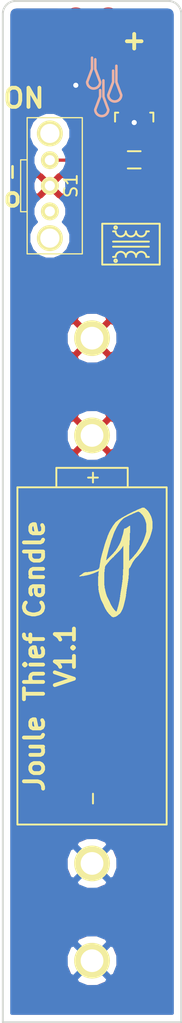
<source format=kicad_pcb>
(kicad_pcb (version 4) (host pcbnew 4.0.7)
  (layers (0 F.Cu signal) (31 B.Cu signal) (34 B.Paste user hide) (35 F.Paste user hide) (36 B.SilkS user) (37 F.SilkS user) (38 B.Mask user) (39 F.Mask user) (44 Edge.Cuts user))
  (net 0 "")
  (net 1 "Net-(BT1-Pad1)")
  (net 2 GND)
  (net 3 "Net-(D1-Pad2)")
  (net 4 "Net-(L1-Pad1)")
  (net 5 "Net-(S1-Pad3)")
  (net 6 "Net-(Q1-Pad1)")
  (net 7 "Net-(L1-Pad4)")
  (module Battery:AA_PCB-Clip (layer F.Cu) (at 161.036 85.852 270)
    (fp_text reference BT1 hide)
    (fp_text value AA)
    (fp_text user - (at 28.448 0 270) (layer F.SilkS))
    (fp_text user + (at 3.302 0 270) (layer F.SilkS))
    (pad 1 thru_hole circle (at -7.62 0 270) (size 2.794 2.794) (drill 1.778) (layers *.Cu *.Mask F.SilkS) (net 1 "Net-(BT1-Pad1)"))
    (pad 1 thru_hole circle (at 0 0 270) (size 2.794 2.794) (drill 1.778) (layers *.Cu *.Mask F.SilkS) (net 1 "Net-(BT1-Pad1)"))
    (pad 2 thru_hole circle (at 33.528 0 270) (size 2.794 2.794) (drill 1.778) (layers *.Cu *.Mask F.SilkS) (net 2 GND))
    (pad 2 thru_hole circle (at 41.148 0 270) (size 2.794 2.794) (drill 1.778) (layers *.Cu *.Mask F.SilkS) (net 2 GND))
  )
  (module TO_SOT_Packages_SMD:SOT-23 (layer F.Cu) (at 164.338 61.214)
    (fp_text reference Q1 hide)
    (fp_text value BC817-40)
    (pad 1 smd rect (at -0.95 1.00076) (size 0.8001 0.8001) (layers F.Cu F.Paste F.Mask) (net 6 "Net-(Q1-Pad1)"))
    (pad 2 smd rect (at 0.95 1.00076) (size 0.8001 0.8001) (layers F.Cu F.Paste F.Mask) (net 2 GND))
    (pad 3 smd rect (at 0 -0.99822) (size 0.8001 0.8001) (layers F.Cu F.Paste F.Mask) (net 3 "Net-(D1-Pad2)"))
  )
  (module Resistors_SMD:R_0603_HandSoldering (layer F.Cu) (at 164.338 64.262 180)
    (fp_text reference R1 hide)
    (fp_text value 1K)
    (pad 1 smd rect (at -1.1 0 180) (size 1.2 0.9) (layers F.Cu F.Paste F.Mask) (net 7 "Net-(L1-Pad4)"))
    (pad 2 smd rect (at 1.1 0 180) (size 1.2 0.9) (layers F.Cu F.Paste F.Mask) (net 6 "Net-(Q1-Pad1)"))
  )
  (module Switches:SPDT_OS102011MA1QN1 (layer F.Cu) (at 157.734 66.294 90)
    (fp_text reference S1 (at 0 1.651 90) (layer F.SilkS))
    (fp_text value SPDT)
    (pad 3 thru_hole circle (at -2.0066 0 90) (size 1.397 1.397) (drill 0.7874) (layers *.Cu *.Mask F.SilkS) (net 5 "Net-(S1-Pad3)"))
    (pad 2 thru_hole circle (at 0 0 90) (size 1.397 1.397) (drill 0.7874) (layers *.Cu *.Mask F.SilkS) (net 1 "Net-(BT1-Pad1)"))
    (pad 1 thru_hole circle (at 2.0066 0 90) (size 1.397 1.397) (drill 0.7874) (layers *.Cu *.Mask F.SilkS) (net 4 "Net-(L1-Pad1)"))
    (pad "" thru_hole circle (at -4.1021 0 90) (size 2.032 2.032) (drill 1.4986) (layers *.Cu *.Mask F.SilkS))
    (pad "" thru_hole circle (at 4.1021 0 90) (size 2.032 2.032) (drill 1.4986) (layers *.Cu *.Mask F.SilkS))
  )
  (module Inductor:SRF4532-510Y (layer F.Cu) (at 164.084 70.866)
    (fp_text reference L1 hide)
    (fp_text value SRF4532-510Y)
    (pad 1 smd rect (at -2.05 1.125) (size 1.1 1.35) (layers F.Cu F.Paste F.Mask) (net 4 "Net-(L1-Pad1)"))
    (pad 2 smd rect (at 2.05 1.125) (size 1.1 1.35) (layers F.Cu F.Paste F.Mask) (net 3 "Net-(D1-Pad2)"))
    (pad 3 smd rect (at 2.05 -1.125) (size 1.1 1.35) (layers F.Cu F.Paste F.Mask) (net 4 "Net-(L1-Pad1)"))
    (pad 4 smd rect (at -2.05 -1.125) (size 1.1 1.35) (layers F.Cu F.Paste F.Mask) (net 7 "Net-(L1-Pad4)"))
  )
  (module Logo:P-Logo_Small (layer F.Cu) (at 159.766 91.44)
    (fp_text reference LOGO hide)
    (fp_text value "" (at 0 0) (layer F.SilkS))
  )
  (module lib_fp:3mm_PCB_Edge (layer F.Cu) (at 162.306 55.88)
    (fp_text reference D1 hide)
    (fp_text value LED)
    (pad 1 smd oval (at -2.54 0) (size 2.032 5.08) (drill (offset 0 -1.016)) (layers F.Cu F.Paste F.Mask) (net 2 GND))
    (pad 2 smd oval (at 0 0) (size 2.032 5.08) (drill (offset 0 -1.016)) (layers F.Cu F.Paste F.Mask) (net 3 "Net-(D1-Pad2)"))
  )
  (gr_text + (at 164.338 54.864) (layer F.SilkS) (effects (font (size 1.5 1.5) (thickness 0.3))))
  (gr_text ON (at 155.702 59.436) (layer F.SilkS) (effects (font (size 1.5 1.5) (thickness 0.3))))
  (gr_line (start 161.29 57.15) (end 161.29 56.388) (angle 90) (layer B.SilkS) (width 0.2))
  (gr_line (start 161.036 57.15) (end 161.036 56.261) (angle 90) (layer B.SilkS) (width 0.2))
  (gr_line (start 161.925 59.309) (end 161.925 58.039) (angle 90) (layer B.SilkS) (width 0.2))
  (gr_line (start 161.671 59.309) (end 161.671 58.801) (angle 90) (layer B.SilkS) (width 0.2))
  (gr_line (start 162.941 58.166) (end 162.941 56.896) (angle 90) (layer B.SilkS) (width 0.2))
  (gr_line (start 162.687 58.166) (end 162.687 57.277) (angle 90) (layer B.SilkS) (width 0.2))
  (gr_line (start 161.671 58.166) (end 161.29 57.15) (angle 90) (layer B.SilkS) (width 0.2))
  (gr_line (start 160.655 58.166) (end 161.036 57.15) (angle 90) (layer B.SilkS) (width 0.2))
  (gr_arc (start 161.163 58.166) (end 161.671 58.166) (angle 90) (layer B.SilkS) (width 0.2))
  (gr_arc (start 161.163 58.166) (end 161.163 58.674) (angle 90) (layer B.SilkS) (width 0.2))
  (gr_arc (start 161.163 58.166) (end 161.163 58.674) (angle 90) (layer B.SilkS) (width 0.2))
  (gr_arc (start 161.163 58.166) (end 161.671 58.166) (angle 90) (layer B.SilkS) (width 0.2))
  (gr_line (start 160.655 58.166) (end 161.036 57.15) (angle 90) (layer B.SilkS) (width 0.2))
  (gr_line (start 161.671 58.166) (end 161.29 57.15) (angle 90) (layer B.SilkS) (width 0.2))
  (gr_line (start 163.322 59.182) (end 162.941 58.166) (angle 90) (layer B.SilkS) (width 0.2))
  (gr_line (start 162.306 59.182) (end 162.687 58.166) (angle 90) (layer B.SilkS) (width 0.2))
  (gr_arc (start 162.814 59.182) (end 163.322 59.182) (angle 90) (layer B.SilkS) (width 0.2))
  (gr_arc (start 162.814 59.182) (end 162.814 59.69) (angle 90) (layer B.SilkS) (width 0.2))
  (gr_arc (start 162.814 59.182) (end 162.814 59.69) (angle 90) (layer B.SilkS) (width 0.2))
  (gr_arc (start 162.814 59.182) (end 163.322 59.182) (angle 90) (layer B.SilkS) (width 0.2))
  (gr_line (start 162.306 59.182) (end 162.687 58.166) (angle 90) (layer B.SilkS) (width 0.2))
  (gr_line (start 163.322 59.182) (end 162.941 58.166) (angle 90) (layer B.SilkS) (width 0.2))
  (gr_line (start 162.306 60.325) (end 161.925 59.309) (angle 90) (layer B.SilkS) (width 0.2))
  (gr_line (start 161.29 60.325) (end 161.671 59.309) (angle 90) (layer B.SilkS) (width 0.2))
  (gr_arc (start 161.798 60.325) (end 162.306 60.325) (angle 90) (layer B.SilkS) (width 0.2))
  (gr_arc (start 161.798 60.325) (end 161.798 60.833) (angle 90) (layer B.SilkS) (width 0.2))
  (gr_text "Joule Thief Candle\nV1.1" (at 157.734 103.124 90) (layer F.SilkS) (effects (font (size 1.5 1.5) (thickness 0.3))))
  (gr_line (start 154.813 65.659) (end 154.813 64.77) (angle 90) (layer F.SilkS) (width 0.2))
  (gr_text o (at 154.813 67.183) (layer F.SilkS) (effects (font (size 1.5 1.5) (thickness 0.3))))
  (gr_line (start 155.067 51.816) (end 167.005 51.816) (angle 90) (layer Edge.Cuts) (width 0.15))
  (gr_line (start 154.051 131.826) (end 154.051 52.832) (angle 90) (layer Edge.Cuts) (width 0.15))
  (gr_arc (start 155.067 52.832) (end 154.051 52.832) (angle 90) (layer Edge.Cuts) (width 0.15))
  (gr_line (start 168.021 131.826) (end 168.021 52.832) (angle 90) (layer Edge.Cuts) (width 0.15))
  (gr_arc (start 167.005 52.832) (end 167.005 51.816) (angle 90) (layer Edge.Cuts) (width 0.15))
  (gr_line (start 154.051 131.826) (end 168.021 131.826) (angle 90) (layer Edge.Cuts) (width 0.15))
  (segment (start 159.766 55.88) (end 159.766 58.42) (width 0.25) (layer F.Cu) (net 2))
  (via (at 159.766 58.42) (size 0.6) (drill 0.4) (layers F.Cu B.Cu) (net 2))
  (segment (start 165.288 62.21476) (end 165.21176 62.21476) (width 0.25) (layer F.Cu) (net 2))
  (segment (start 165.21176 62.21476) (end 164.338 61.341) (width 0.25) (layer F.Cu) (net 2))
  (via (at 164.338 61.341) (size 0.6) (drill 0.4) (layers F.Cu B.Cu) (net 2))
  (segment (start 166.134 71.991) (end 167.023 71.991) (width 0.25) (layer F.Cu) (net 3))
  (segment (start 166.26078 60.21578) (end 164.338 60.21578) (width 0.25) (layer F.Cu) (net 3))
  (segment (start 167.132 61.087) (end 166.26078 60.21578) (width 0.25) (layer F.Cu) (net 3))
  (segment (start 167.132 71.882) (end 167.132 61.087) (width 0.25) (layer F.Cu) (net 3))
  (segment (start 167.023 71.991) (end 167.132 71.882) (width 0.25) (layer F.Cu) (net 3))
  (segment (start 164.338 60.21578) (end 164.338 57.912) (width 0.25) (layer F.Cu) (net 3))
  (segment (start 164.338 57.912) (end 162.306 55.88) (width 0.25) (layer F.Cu) (net 3))
  (segment (start 157.734 64.2874) (end 159.5374 64.2874) (width 0.25) (layer F.Cu) (net 4))
  (segment (start 161.018 71.991) (end 162.034 71.991) (width 0.25) (layer F.Cu) (net 4))
  (segment (start 160.274 71.247) (end 161.018 71.991) (width 0.25) (layer F.Cu) (net 4))
  (segment (start 160.274 65.024) (end 160.274 71.247) (width 0.25) (layer F.Cu) (net 4))
  (segment (start 159.5374 64.2874) (end 160.274 65.024) (width 0.25) (layer F.Cu) (net 4))
  (segment (start 162.288 71.991) (end 164.138 71.991) (width 0.25) (layer F.Cu) (net 4))
  (segment (start 164.138 71.991) (end 166.388 69.741) (width 0.25) (layer F.Cu) (net 4))
  (segment (start 163.238 64.262) (end 163.238 62.36476) (width 0.25) (layer F.Cu) (net 6))
  (segment (start 163.238 62.36476) (end 163.388 62.21476) (width 0.25) (layer F.Cu) (net 6))
  (segment (start 162.034 69.741) (end 162.034 69.614) (width 0.25) (layer F.Cu) (net 7))
  (segment (start 162.034 69.614) (end 165.438 66.21) (width 0.25) (layer F.Cu) (net 7))
  (segment (start 165.438 66.21) (end 165.438 64.262) (width 0.25) (layer F.Cu) (net 7))
  (zone (net 2) (net_name GND) (layer B.Cu) (connect_pads (clearance 0.508)) (min_thickness 0.254) (fill yes (arc_segments 16) (thermal_gap 0.508) (thermal_bridge_width 0.508))
    (polygon (pts (xy 167.894 131.699) (xy 154.178 131.699) (xy 154.178 51.943) (xy 167.894 51.943)))
  )
  (zone (net 1) (net_name "Net-(BT1-Pad1)") (layer F.Cu) (connect_pads (clearance 0.508)) (min_thickness 0.254) (fill yes (arc_segments 16) (thermal_gap 0.508) (thermal_bridge_width 0.508))
    (polygon (pts (xy 167.894 131.699) (xy 154.178 131.699) (xy 154.178 51.943) (xy 167.894 51.943)))
  )
)
</source>
